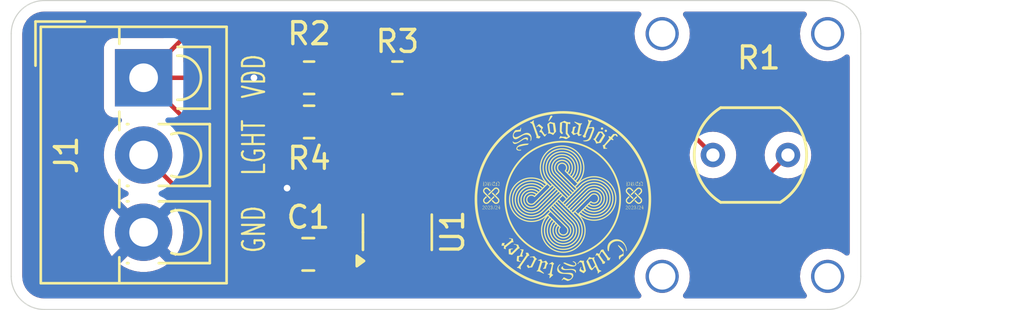
<source format=kicad_pcb>
(kicad_pcb (version 20221018) (generator pcbnew)
  (layers (0 "F.Cu" signal) (31 "B.Cu" signal) (34 "B.Paste" user) (35 "F.Paste" user) (36 "B.SilkS" user "B.Silkscreen") (37 "F.SilkS" user "F.Silkscreen") (38 "B.Mask" user) (39 "F.Mask" user) (44 "Edge.Cuts" user))
  (net 0 "")
  (net 1 "+5V")
  (net 2 "GND")
  (net 3 "Net-(J1-Pin_2)")
  (net 4 "Net-(U1--)")
  (net 5 "Net-(U1-+)")
  (footprint "logo:Skógahöf_XS" (layer "F.Cu") (at 154.5 96.5)
    (fp_text reference "G***" hide)
    (fp_text value "LOGO" hide)
  )
  (footprint "Resistor_SMD:R_0805_2012Metric_Pad1.20x1.40mm_HandSolder" (layer "F.Cu") (at 147 91)
    (fp_text reference "R3" (at 0 -1.65) (layer "F.SilkS"))
    (fp_text value "100k")
    (pad "1" smd roundrect (at -1 0) (size 1.2 1.4) (layers "F.Cu" "F.Paste" "F.Mask") (roundrect_rratio 0.2083333333) (net 1 "+5V"))
    (pad "2" smd roundrect (at 1 0) (size 1.2 1.4) (layers "F.Cu" "F.Paste" "F.Mask") (roundrect_rratio 0.2083333333) (net 5 "Net-(U1-+)"))
  )
  (footprint "Capacitor_SMD:C_0805_2012Metric_Pad1.18x1.45mm_HandSolder" (layer "F.Cu") (at 142.9625 99)
    (fp_text reference "C1" (at 0 -1.68) (layer "F.SilkS"))
    (fp_text value "100nF")
    (pad "1" smd roundrect (at -1.0375 0) (size 1.175 1.45) (layers "F.Cu" "F.Paste" "F.Mask") (roundrect_rratio 0.2127659574) (net 1 "+5V"))
    (pad "2" smd roundrect (at 1.0375 0) (size 1.175 1.45) (layers "F.Cu" "F.Paste" "F.Mask") (roundrect_rratio 0.2127659574) (net 2 "GND"))
  )
  (footprint "Resistor_SMD:R_0805_2012Metric_Pad1.20x1.40mm_HandSolder" (layer "F.Cu") (at 143 93 180)
    (fp_text reference "R4" (at 0 -1.65) (layer "F.SilkS"))
    (fp_text value "250k")
    (pad "1" smd roundrect (at -1 0 180) (size 1.2 1.4) (layers "F.Cu" "F.Paste" "F.Mask") (roundrect_rratio 0.2083333333) (net 5 "Net-(U1-+)"))
    (pad "2" smd roundrect (at 1 0 180) (size 1.2 1.4) (layers "F.Cu" "F.Paste" "F.Mask") (roundrect_rratio 0.2083333333) (net 2 "GND"))
  )
  (footprint "TerminalBlock_4Ucon:TerminalBlock_4Ucon_1x03_P3.50mm_Vertical" (layer "F.Cu") (at 135.5 91 -90)
    (fp_text reference "J1" (at 3.5 3.5 90) (layer "F.SilkS"))
    (fp_text value "Raspi")
    (pad "1" thru_hole rect (at 0 0 270) (size 2.6 2.6) (drill 1.3) (layers "*.Cu" "*.Mask") (net 1 "+5V"))
    (pad "2" thru_hole circle (at 3.5 0 270) (size 2.6 2.6) (drill 1.3) (layers "*.Cu" "*.Mask") (net 3 "Net-(J1-Pin_2)"))
    (pad "3" thru_hole circle (at 7 0 270) (size 2.6 2.6) (drill 1.3) (layers "*.Cu" "*.Mask") (net 2 "GND"))
  )
  (footprint "Resistor_SMD:R_0805_2012Metric_Pad1.20x1.40mm_HandSolder" (layer "F.Cu") (at 143 91 180)
    (fp_text reference "R2" (at 0 2) (layer "F.SilkS"))
    (fp_text value "30k")
    (pad "1" smd roundrect (at -1 0 180) (size 1.2 1.4) (layers "F.Cu" "F.Paste" "F.Mask") (roundrect_rratio 0.2083333333) (net 4 "Net-(U1--)"))
    (pad "2" smd roundrect (at 1 0 180) (size 1.2 1.4) (layers "F.Cu" "F.Paste" "F.Mask") (roundrect_rratio 0.2083333333) (net 2 "GND"))
  )
  (footprint "ADAFRUIT:XDCR_161" (layer "F.Cu") (at 163 94.5)
    (fp_text reference "R1" (at 0.379 -4.401) (layer "F.SilkS"))
    (fp_text value "ADAFRUIT 161 200k-300R")
    (pad "1" thru_hole circle (at -1.7 0) (size 1.108 1.108) (drill 0.6) (layers "*.Cu" "*.Mask") (net 1 "+5V"))
    (pad "2" thru_hole circle (at 1.7 0) (size 1.108 1.108) (drill 0.6) (layers "*.Cu" "*.Mask") (net 4 "Net-(U1--)"))
  )
  (footprint "Package_TO_SOT_SMD:SOT-23-5" (layer "F.Cu") (at 147 98 90)
    (fp_text reference "U1" (at 0 2.5 90) (layer "F.SilkS"))
    (fp_text value "MCP6281T-E/OT" hide)
    (pad "1" smd roundrect (at -1.1375 -0.95 90) (size 1.325 0.6) (layers "F.Cu" "F.Paste" "F.Mask") (net 3 "Net-(J1-Pin_2)"))
    (pad "2" smd roundrect (at -1.1375 0 90) (size 1.325 0.6) (layers "F.Cu" "F.Paste" "F.Mask") (net 2 "GND"))
    (pad "3" smd roundrect (at -1.1375 0.95 90) (size 1.325 0.6) (layers "F.Cu" "F.Paste" "F.Mask") (net 5 "Net-(U1-+)"))
    (pad "4" smd roundrect (at 1.1375 0.95 90) (size 1.325 0.6) (layers "F.Cu" "F.Paste" "F.Mask") (net 4 "Net-(U1--)"))
    (pad "5" smd roundrect (at 1.1375 -0.95 90) (size 1.325 0.6) (layers "F.Cu" "F.Paste" "F.Mask") (net 1 "+5V"))
  )
  (gr_line (start 166.5 87.5) (end 131 87.5) (stroke (width 0.05)) (layer "Edge.Cuts"))
  (gr_arc (start 168 100) (mid 167.56066 101.06066) (end 166.5 101.5) (stroke (width 0.05)) (layer "Edge.Cuts"))
  (gr_line (start 168 100) (end 168 89) (stroke (width 0.05)) (layer "Edge.Cuts"))
  (gr_line (start 129.5 89) (end 129.5 100) (stroke (width 0.05)) (layer "Edge.Cuts"))
  (gr_arc (start 129.5 89) (mid 129.93934 87.93934) (end 131 87.5) (stroke (width 0.05)) (layer "Edge.Cuts"))
  (gr_arc (start 131 101.5) (mid 129.93934 101.06066) (end 129.5 100) (stroke (width 0.05)) (layer "Edge.Cuts"))
  (gr_line (start 131 101.5) (end 166.5 101.5) (stroke (width 0.05)) (layer "Edge.Cuts"))
  (gr_arc (start 166.5 87.5) (mid 167.56066 87.93934) (end 168 89) (stroke (width 0.05)) (layer "Edge.Cuts"))
  (gr_text "LGHT" (at 140.5 95.5 90) (layer "F.SilkS") (effects (font (size 1 0.7) (thickness 0.1)) (justify left)))
  (gr_text "VDD" (at 140.5 92 90) (layer "F.SilkS") (effects (font (size 1 0.7) (thickness 0.1)) (justify left)))
  (gr_text "GND" (at 140.5 99 90) (layer "F.SilkS") (effects (font (size 1 0.7) (thickness 0.1)) (justify left)))
  (via (at 166.5 89) (size 1.5) (drill 1.2) (layers "F.Cu" "B.Cu") (net 0))
  (via (at 159 100) (size 1.5) (drill 1.2) (layers "F.Cu" "B.Cu") (net 0))
  (via (at 159 89) (size 1.5) (drill 1.2) (layers "F.Cu" "B.Cu") (net 0))
  (via (at 166.5 100) (size 1.5) (drill 1.2) (layers "F.Cu" "B.Cu") (net 0))
  (segment (start 141.925 97.425) (end 135.5 91) (width 0.2) (layer "F.Cu") (net 1))
  (segment (start 146 91) (end 146 96.8125) (width 0.2) (layer "F.Cu") (net 1))
  (segment (start 156 89.2) (end 161.3 94.5) (width 0.2) (layer "F.Cu") (net 1))
  (segment (start 141.925 99) (end 141.925 97.425) (width 0.2) (layer "F.Cu") (net 1))
  (segment (start 135.5 91) (end 137.3 89.2) (width 0.2) (layer "F.Cu") (net 1))
  (segment (start 146 96.8125) (end 146.05 96.8625) (width 0.2) (layer "F.Cu") (net 1))
  (segment (start 146.05 96.8625) (end 144.277756 96.8625) (width 0.2) (layer "F.Cu") (net 1))
  (segment (start 144.277756 96.8625) (end 138.415256 91) (width 0.2) (layer "F.Cu") (net 1))
  (segment (start 138.415256 91) (end 135.5 91) (width 0.2) (layer "F.Cu") (net 1))
  (segment (start 137.3 89.2) (end 156 89.2) (width 0.2) (layer "F.Cu") (net 1))
  (via blind (at 142 96) (size 0.6) (drill 0.3) (layers "F.Cu" "B.Cu") (net 2))
  (via blind (at 140.5 91) (size 0.6) (drill 0.3) (layers "F.Cu" "B.Cu") (net 2))
  (segment (start 146.05 99.1375) (end 145.1625 100.025) (width 0.2) (layer "F.Cu") (net 3))
  (segment (start 145.1625 100.025) (end 141.025 100.025) (width 0.2) (layer "F.Cu") (net 3))
  (segment (start 141.025 100.025) (end 135.5 94.5) (width 0.2) (layer "F.Cu") (net 3))
  (segment (start 162.3375 96.8625) (end 147.95 96.8625) (width 0.2) (layer "F.Cu") (net 4))
  (segment (start 144.7 89.6) (end 144 90.3) (width 0.2) (layer "F.Cu") (net 4))
  (segment (start 164.7 94.5) (end 162.3375 96.8625) (width 0.2) (layer "F.Cu") (net 4))
  (segment (start 144 90.3) (end 144 91) (width 0.2) (layer "F.Cu") (net 4))
  (segment (start 148.184744 89.6) (end 144.7 89.6) (width 0.2) (layer "F.Cu") (net 4))
  (segment (start 148.9 90.315256) (end 148.184744 89.6) (width 0.2) (layer "F.Cu") (net 4))
  (segment (start 148.9 95.9125) (end 148.9 90.315256) (width 0.2) (layer "F.Cu") (net 4))
  (segment (start 147.95 96.8625) (end 148.9 95.9125) (width 0.2) (layer "F.Cu") (net 4))
  (segment (start 147.95 98.165552) (end 147.35 97.565552) (width 0.2) (layer "F.Cu") (net 5))
  (segment (start 147.35 91.65) (end 148 91) (width 0.2) (layer "F.Cu") (net 5))
  (segment (start 147.95 99.1375) (end 147.95 98.165552) (width 0.2) (layer "F.Cu") (net 5))
  (segment (start 147 90) (end 148 91) (width 0.2) (layer "F.Cu") (net 5))
  (segment (start 145.415256 90) (end 147 90) (width 0.2) (layer "F.Cu") (net 5))
  (segment (start 145.1 90.315256) (end 145.415256 90) (width 0.2) (layer "F.Cu") (net 5))
  (segment (start 145.1 91.9) (end 145.1 90.315256) (width 0.2) (layer "F.Cu") (net 5))
  (segment (start 147.35 97.565552) (end 147.35 91.65) (width 0.2) (layer "F.Cu") (net 5))
  (segment (start 144 93) (end 145.1 91.9) (width 0.2) (layer "F.Cu") (net 5))
  (zone (net 2) (net_name "GND") (layer "F.Cu") (connect_pads (clearance 0.5)) (min_thickness 0.25) (fill yes (thermal_gap 0.5) (thermal_bridge_width 0.5))
    (polygon (pts (xy 168 101.5) (xy 129.5 101.5) (xy 129.5 87.5) (xy 168 87.5)))
  )
  (zone (net 2) (net_name "GND") (layer "B.Cu") (priority 1) (connect_pads (clearance 0.5)) (min_thickness 0.25) (fill yes (thermal_gap 0.5) (thermal_bridge_width 0.5))
    (polygon (pts (xy 168 87.5) (xy 168 101.5) (xy 129.5 101.5) (xy 129.5 87.5)))
  )
)
</source>
